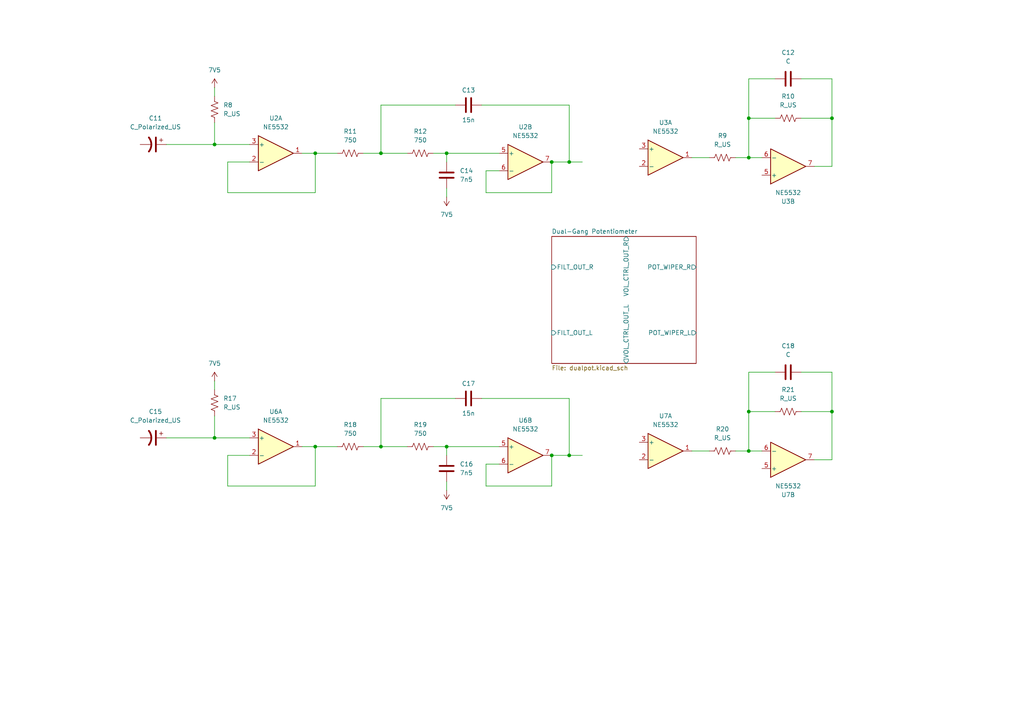
<source format=kicad_sch>
(kicad_sch (version 20231120) (generator "eeschema") (generator_version "8.0")
  (paper "A4")
  (lib_symbols
    (symbol "Amplifier_Operational:NE5532" (pin_names (offset 0.127))
      (property "Reference" "U" (at 0 5.08 0))
      (property "Value" "NE5532" (at 0 -5.08 0))
      (symbol "NE5532_1_1"
        (polyline (pts (xy -5.08 5.08) (xy 5.08 0) (xy -5.08 -5.08) (xy -5.08 5.08)) (stroke (width 0.254)) (fill (type background)))
        (pin output line (at 7.62 0 180) (length 2.54) (name "~") (number "1"))
        (pin input line (at -7.62 -2.54 0) (length 2.54) (name "-") (number "2"))
        (pin input line (at -7.62 2.54 0) (length 2.54) (name "+") (number "3"))
      )
      (symbol "NE5532_2_1"
        (polyline (pts (xy -5.08 5.08) (xy 5.08 0) (xy -5.08 -5.08) (xy -5.08 5.08)) (stroke (width 0.254)) (fill (type background)))
        (pin input line (at -7.62 2.54 0) (length 2.54) (name "+") (number "5"))
        (pin input line (at -7.62 -2.54 0) (length 2.54) (name "-") (number "6"))
        (pin output line (at 7.62 0 180) (length 2.54) (name "~") (number "7"))
      )
      (symbol "NE5532_3_1"
        (pin power_in line (at -2.54 -7.62 90) (length 3.81) (name "V-") (number "4"))
        (pin power_in line (at -2.54 7.62 270) (length 3.81) (name "V+") (number "8"))
      )
    )
    (symbol "Device:C" (pin_numbers hide) (pin_names (offset 0.254))
      (property "Reference" "C" (at 0.635 2.54 0))
      (property "Value" "C" (at 0.635 -2.54 0))
      (symbol "C_0_1"
        (polyline (pts (xy -2.032 -0.762) (xy 2.032 -0.762)) (stroke (width 0.508)))
        (polyline (pts (xy -2.032 0.762) (xy 2.032 0.762)) (stroke (width 0.508)))
      )
      (symbol "C_1_1"
        (pin passive line (at 0 3.81 270) (length 2.794) (name "~") (number "1"))
        (pin passive line (at 0 -3.81 90) (length 2.794) (name "~") (number "2"))
      )
    )
    (symbol "Device:C_Polarized_US" (pin_numbers hide) (pin_names (offset 0.254) hide)
      (property "Reference" "C" (at 0.635 2.54 0))
      (property "Value" "C_Polarized_US" (at 0.635 -2.54 0))
      (symbol "C_Polarized_US_0_1"
        (polyline (pts (xy -2.032 0.762) (xy 2.032 0.762)) (stroke (width 0.508)))
        (polyline (pts (xy -1.778 2.286) (xy -0.762 2.286)))
        (polyline (pts (xy -1.27 1.778) (xy -1.27 2.794)))
        (arc (start 2.032 -1.27) (mid 0 -0.5572) (end -2.032 -1.27) (stroke (width 0.508)))
      )
      (symbol "C_Polarized_US_1_1"
        (pin passive line (at 0 3.81 270) (length 2.794) (name "~") (number "1"))
        (pin passive line (at 0 -3.81 90) (length 3.302) (name "~") (number "2"))
      )
    )
    (symbol "Device:R_US" (pin_numbers hide) (pin_names (offset 0))
      (property "Reference" "R" (at 2.54 0 90))
      (property "Value" "R_US" (at -2.54 0 90))
      (symbol "R_US_0_1"
        (polyline (pts (xy 0 -2.286) (xy 0 -2.54)))
        (polyline (pts (xy 0 2.286) (xy 0 2.54)))
        (polyline (pts (xy 0 -0.762) (xy 1.016 -1.143) (xy 0 -1.524) (xy -1.016 -1.905) (xy 0 -2.286)))
        (polyline (pts (xy 0 0.762) (xy 1.016 0.381) (xy 0 0) (xy -1.016 -0.381) (xy 0 -0.762)))
        (polyline (pts (xy 0 2.286) (xy 1.016 1.905) (xy 0 1.524) (xy -1.016 1.143) (xy 0 0.762)))
      )
      (symbol "R_US_1_1"
        (pin passive line (at 0 3.81 270) (length 1.27) (name "~") (number "1"))
        (pin passive line (at 0 -3.81 90) (length 1.27) (name "~") (number "2"))
      )
    )
    (symbol "power:VCC" (power) (pin_numbers hide) (pin_names (offset 0) hide)
      (property "Value" "VCC" (at 0 3.556 0))
      (symbol "VCC_0_1"
        (polyline (pts (xy -0.762 1.27) (xy 0 2.54)))
        (polyline (pts (xy 0 0) (xy 0 2.54)))
        (polyline (pts (xy 0 2.54) (xy 0.762 1.27)))
      )
      (symbol "VCC_1_1"
        (pin power_in line (at 0 0 90) (length 0) (name "~") (number "1"))
      )
    )
  )
  (junction (at 110.49 44.45))
  (junction (at 300.99 95.25))
  (junction (at 346.71 73.66))
  (junction (at 62.23 41.91))
  (junction (at 62.23 127))
  (junction (at 241.3 119.38))
  (junction (at 91.44 44.45))
  (junction (at 217.17 119.38))
  (junction (at 160.02 132.08))
  (junction (at 91.44 129.54))
  (junction (at 217.17 130.81))
  (junction (at 345.44 121.92))
  (junction (at 165.1 132.08))
  (junction (at 110.49 129.54))
  (junction (at 345.44 97.79))
  (junction (at 241.3 34.29))
  (junction (at 346.71 48.26))
  (junction (at 165.1 46.99))
  (junction (at 300.99 71.12))
  (junction (at 217.17 34.29))
  (junction (at 129.54 129.54))
  (junction (at 160.02 46.99))
  (junction (at 129.54 44.45))
  (junction (at 217.17 45.72))
  (wire (pts (xy 241.3 133.35) (xy 236.22 133.35)))
  (wire (pts (xy 105.41 44.45) (xy 110.49 44.45)))
  (wire (pts (xy 165.1 46.99) (xy 165.1 30.48)))
  (wire (pts (xy 62.23 41.91) (xy 72.39 41.91)))
  (wire (pts (xy 318.77 100.33) (xy 318.77 109.22)))
  (wire (pts (xy 326.39 100.33) (xy 318.77 100.33)))
  (wire (pts (xy 346.71 73.66) (xy 350.52 73.66)))
  (wire (pts (xy 217.17 45.72) (xy 220.98 45.72)))
  (wire (pts (xy 91.44 44.45) (xy 97.79 44.45)))
  (wire (pts (xy 110.49 115.57) (xy 110.49 129.54)))
  (wire (pts (xy 232.41 22.86) (xy 241.3 22.86)))
  (wire (pts (xy 129.54 139.7) (xy 129.54 142.24)))
  (wire (pts (xy 217.17 130.81) (xy 217.17 119.38)))
  (wire (pts (xy 346.71 73.66) (xy 342.9 73.66)))
  (wire (pts (xy 72.39 132.08) (xy 66.04 132.08)))
  (wire (pts (xy 91.44 129.54) (xy 87.63 129.54)))
  (wire (pts (xy 345.44 97.79) (xy 350.52 97.79)))
  (wire (pts (xy 241.3 34.29) (xy 241.3 48.26)))
  (wire (pts (xy 327.66 76.2) (xy 320.04 76.2)))
  (wire (pts (xy 326.39 124.46) (xy 318.77 124.46)))
  (wire (pts (xy 217.17 107.95) (xy 224.79 107.95)))
  (wire (pts (xy 140.97 55.88) (xy 160.02 55.88)))
  (wire (pts (xy 345.44 109.22) (xy 345.44 97.79)))
  (wire (pts (xy 213.36 45.72) (xy 217.17 45.72)))
  (wire (pts (xy 241.3 119.38) (xy 241.3 133.35)))
  (wire (pts (xy 91.44 44.45) (xy 87.63 44.45)))
  (wire (pts (xy 91.44 140.97) (xy 91.44 129.54)))
  (wire (pts (xy 110.49 129.54) (xy 118.11 129.54)))
  (wire (pts (xy 320.04 59.69) (xy 346.71 59.69)))
  (wire (pts (xy 110.49 30.48) (xy 110.49 44.45)))
  (wire (pts (xy 217.17 22.86) (xy 224.79 22.86)))
  (wire (pts (xy 165.1 132.08) (xy 168.91 132.08)))
  (wire (pts (xy 165.1 115.57) (xy 139.7 115.57)))
  (wire (pts (xy 66.04 132.08) (xy 66.04 140.97)))
  (wire (pts (xy 300.99 119.38) (xy 300.99 95.25)))
  (wire (pts (xy 165.1 132.08) (xy 165.1 115.57)))
  (wire (pts (xy 345.44 97.79) (xy 341.63 97.79)))
  (wire (pts (xy 213.36 130.81) (xy 217.17 130.81)))
  (wire (pts (xy 200.66 130.81) (xy 205.74 130.81)))
  (wire (pts (xy 144.78 134.62) (xy 140.97 134.62)))
  (wire (pts (xy 200.66 45.72) (xy 205.74 45.72)))
  (wire (pts (xy 91.44 55.88) (xy 91.44 44.45)))
  (wire (pts (xy 318.77 109.22) (xy 345.44 109.22)))
  (wire (pts (xy 345.44 121.92) (xy 350.52 121.92)))
  (wire (pts (xy 346.71 59.69) (xy 346.71 48.26)))
  (wire (pts (xy 241.3 107.95) (xy 241.3 119.38)))
  (wire (pts (xy 160.02 46.99) (xy 165.1 46.99)))
  (wire (pts (xy 160.02 55.88) (xy 160.02 46.99)))
  (wire (pts (xy 217.17 119.38) (xy 224.79 119.38)))
  (wire (pts (xy 125.73 129.54) (xy 129.54 129.54)))
  (wire (pts (xy 300.99 95.25) (xy 300.99 71.12)))
  (wire (pts (xy 327.66 50.8) (xy 320.04 50.8)))
  (wire (pts (xy 326.39 119.38) (xy 300.99 119.38)))
  (wire (pts (xy 48.26 127) (xy 62.23 127)))
  (wire (pts (xy 72.39 46.99) (xy 66.04 46.99)))
  (wire (pts (xy 217.17 34.29) (xy 217.17 22.86)))
  (wire (pts (xy 125.73 44.45) (xy 129.54 44.45)))
  (wire (pts (xy 345.44 133.35) (xy 345.44 121.92)))
  (wire (pts (xy 105.41 129.54) (xy 110.49 129.54)))
  (wire (pts (xy 66.04 55.88) (xy 91.44 55.88)))
  (wire (pts (xy 129.54 129.54) (xy 144.78 129.54)))
  (wire (pts (xy 217.17 130.81) (xy 220.98 130.81)))
  (wire (pts (xy 140.97 140.97) (xy 160.02 140.97)))
  (wire (pts (xy 300.99 45.72) (xy 327.66 45.72)))
  (wire (pts (xy 165.1 46.99) (xy 168.91 46.99)))
  (wire (pts (xy 129.54 44.45) (xy 144.78 44.45)))
  (wire (pts (xy 144.78 49.53) (xy 140.97 49.53)))
  (wire (pts (xy 129.54 129.54) (xy 129.54 132.08)))
  (wire (pts (xy 62.23 110.49) (xy 62.23 113.03)))
  (wire (pts (xy 300.99 71.12) (xy 300.99 45.72)))
  (wire (pts (xy 320.04 50.8) (xy 320.04 59.69)))
  (wire (pts (xy 346.71 48.26) (xy 342.9 48.26)))
  (wire (pts (xy 66.04 46.99) (xy 66.04 55.88)))
  (wire (pts (xy 140.97 49.53) (xy 140.97 55.88)))
  (wire (pts (xy 241.3 48.26) (xy 236.22 48.26)))
  (wire (pts (xy 232.41 107.95) (xy 241.3 107.95)))
  (wire (pts (xy 217.17 45.72) (xy 217.17 34.29)))
  (wire (pts (xy 300.99 71.12) (xy 327.66 71.12)))
  (wire (pts (xy 345.44 121.92) (xy 341.63 121.92)))
  (wire (pts (xy 129.54 44.45) (xy 129.54 46.99)))
  (wire (pts (xy 140.97 134.62) (xy 140.97 140.97)))
  (wire (pts (xy 232.41 119.38) (xy 241.3 119.38)))
  (wire (pts (xy 62.23 127) (xy 72.39 127)))
  (wire (pts (xy 62.23 25.4) (xy 62.23 27.94)))
  (wire (pts (xy 217.17 34.29) (xy 224.79 34.29)))
  (wire (pts (xy 217.17 119.38) (xy 217.17 107.95)))
  (wire (pts (xy 160.02 140.97) (xy 160.02 132.08)))
  (wire (pts (xy 48.26 41.91) (xy 62.23 41.91)))
  (wire (pts (xy 132.08 30.48) (xy 110.49 30.48)))
  (wire (pts (xy 318.77 133.35) (xy 345.44 133.35)))
  (wire (pts (xy 91.44 129.54) (xy 97.79 129.54)))
  (wire (pts (xy 320.04 76.2) (xy 320.04 85.09)))
  (wire (pts (xy 232.41 34.29) (xy 241.3 34.29)))
  (wire (pts (xy 62.23 41.91) (xy 62.23 35.56)))
  (wire (pts (xy 129.54 54.61) (xy 129.54 57.15)))
  (wire (pts (xy 346.71 48.26) (xy 350.52 48.26)))
  (wire (pts (xy 300.99 95.25) (xy 326.39 95.25)))
  (wire (pts (xy 62.23 127) (xy 62.23 120.65)))
  (wire (pts (xy 346.71 85.09) (xy 346.71 73.66)))
  (wire (pts (xy 66.04 140.97) (xy 91.44 140.97)))
  (wire (pts (xy 160.02 132.08) (xy 165.1 132.08)))
  (wire (pts (xy 320.04 85.09) (xy 346.71 85.09)))
  (wire (pts (xy 318.77 124.46) (xy 318.77 133.35)))
  (wire (pts (xy 241.3 22.86) (xy 241.3 34.29)))
  (wire (pts (xy 132.08 115.57) (xy 110.49 115.57)))
  (wire (pts (xy 165.1 30.48) (xy 139.7 30.48)))
  (wire (pts (xy 110.49 44.45) (xy 118.11 44.45)))
  (symbol (lib_id "Device:R_US") (at 354.33 121.92 90) (unit 1)
    (property "Reference" "R16" (at 354.33 115.57 90))
    (property "Value" "R_US" (at 354.33 118.11 90))
    (property "Description" "Resistor, US symbol" (effects (hide yes)))
  )
  (symbol (lib_id "Device:R_US") (at 101.6 129.54 90) (unit 1)
    (property "Reference" "R18" (at 101.6 123.19 90))
    (property "Value" "750" (at 101.6 125.73 90))
    (property "Description" "Resistor, US symbol" (effects (hide yes)))
  )
  (symbol (lib_id "Device:C") (at 129.54 135.89 0) (unit 1)
    (property "Reference" "C16" (at 133.35 134.6199 0) (effects (justify left)))
    (property "Value" "7n5" (at 133.35 137.1599 0) (effects (justify left)))
    (property "Description" "Unpolarized capacitor" (effects (hide yes)))
  )
  (symbol (lib_id "Device:R_US") (at 228.6 119.38 90) (unit 1)
    (property "Reference" "R21" (at 228.6 113.03 90))
    (property "Value" "R_US" (at 228.6 115.57 90))
    (property "Description" "Resistor, US symbol" (effects (hide yes)))
  )
  (symbol (lib_id "Amplifier_Operational:NE5532") (at 193.04 45.72 0) (unit 1)
    (property "Reference" "U3" (at 193.04 35.56 0))
    (property "Value" "NE5532" (at 193.04 38.1 0))
    (property "Datasheet" "http://www.ti.com/lit/ds/symlink/ne5532.pdf" (effects (hide yes)))
    (property "Description" "Dual Low-Noise Operational Amplifiers, DIP-8/SOIC-8" (effects (hide yes)))
  )
  (symbol (lib_id "Amplifier_Operational:NE5532") (at 375.92 167.64 0) (unit 3)
    (property "Reference" "U7" (at 374.65 166.3699 0) (effects (justify left)))
    (property "Value" "NE5532" (at 374.65 168.9099 0) (effects (justify left)))
    (property "Datasheet" "http://www.ti.com/lit/ds/symlink/ne5532.pdf" (effects (hide yes)))
    (property "Description" "Dual Low-Noise Operational Amplifiers, DIP-8/SOIC-8" (effects (hide yes)))
  )
  (symbol (lib_id "Amplifier_Operational:NE5532") (at 152.4 46.99 0) (unit 2)
    (property "Reference" "U2" (at 152.4 36.83 0))
    (property "Value" "NE5532" (at 152.4 39.37 0))
    (property "Datasheet" "http://www.ti.com/lit/ds/symlink/ne5532.pdf" (effects (hide yes)))
    (property "Description" "Dual Low-Noise Operational Amplifiers, DIP-8/SOIC-8" (effects (hide yes)))
  )
  (symbol (lib_id "power:VCC") (at 62.23 110.49 0) (unit 1)
    (property "Reference" "#PWR024" (effects (hide yes)))
    (property "Value" "7V5" (at 62.23 105.41 0))
    (property "Description" "Power symbol creates a global label with name \"VCC\"" (effects (hide yes)))
  )
  (symbol (lib_id "Device:R_US") (at 354.33 48.26 90) (unit 1)
    (property "Reference" "R13" (at 354.33 41.91 90))
    (property "Value" "R_US" (at 354.33 44.45 90))
    (property "Description" "Resistor, US symbol" (effects (hide yes)))
  )
  (symbol (lib_id "Amplifier_Operational:NE5532") (at 312.42 167.64 0) (unit 3)
    (property "Reference" "U2" (at 311.15 166.3699 0) (effects (justify left)))
    (property "Value" "NE5532" (at 311.15 168.9099 0) (effects (justify left)))
    (property "Datasheet" "http://www.ti.com/lit/ds/symlink/ne5532.pdf" (effects (hide yes)))
    (property "Description" "Dual Low-Noise Operational Amplifiers, DIP-8/SOIC-8" (effects (hide yes)))
  )
  (symbol (lib_id "Device:C") (at 129.54 50.8 0) (unit 1)
    (property "Reference" "C14" (at 133.35 49.5299 0) (effects (justify left)))
    (property "Value" "7n5" (at 133.35 52.0699 0) (effects (justify left)))
    (property "Description" "Unpolarized capacitor" (effects (hide yes)))
  )
  (symbol (lib_id "Amplifier_Operational:NE5532") (at 228.6 48.26 0) (mirror x) (unit 2)
    (property "Reference" "U3" (at 228.6 58.42 0))
    (property "Value" "NE5532" (at 228.6 55.88 0))
    (property "Datasheet" "http://www.ti.com/lit/ds/symlink/ne5532.pdf" (effects (hide yes)))
    (property "Description" "Dual Low-Noise Operational Amplifiers, DIP-8/SOIC-8" (effects (hide yes)))
  )
  (symbol (lib_id "power:VCC") (at 62.23 25.4 0) (unit 1)
    (property "Reference" "#PWR023" (effects (hide yes)))
    (property "Value" "7V5" (at 62.23 20.32 0))
    (property "Description" "Power symbol creates a global label with name \"VCC\"" (effects (hide yes)))
  )
  (symbol (lib_id "power:VCC") (at 129.54 142.24 180) (unit 1)
    (property "Reference" "#PWR025" (effects (hide yes)))
    (property "Value" "7V5" (at 129.54 147.32 0))
    (property "Description" "Power symbol creates a global label with name \"VCC\"" (effects (hide yes)))
  )
  (symbol (lib_id "Device:C_Polarized_US") (at 44.45 41.91 270) (unit 1)
    (property "Reference" "C11" (at 45.085 34.29 90))
    (property "Value" "C_Polarized_US" (at 45.085 36.83 90))
    (property "Description" "Polarized capacitor, US symbol" (effects (hide yes)))
  )
  (symbol (lib_id "Amplifier_Operational:NE5532") (at 334.01 97.79 0) (unit 1)
    (property "Reference" "U5" (at 334.01 87.63 0))
    (property "Value" "NE5532" (at 334.01 90.17 0))
    (property "Datasheet" "http://www.ti.com/lit/ds/symlink/ne5532.pdf" (effects (hide yes)))
    (property "Description" "Dual Low-Noise Operational Amplifiers, DIP-8/SOIC-8" (effects (hide yes)))
  )
  (symbol (lib_id "Device:C") (at 135.89 30.48 90) (unit 1)
    (property "Reference" "C13" (at 135.89 26.162 90))
    (property "Value" "15n" (at 135.89 34.798 90))
    (property "Description" "Unpolarized capacitor" (effects (hide yes)))
  )
  (symbol (lib_id "Device:R_US") (at 209.55 130.81 90) (unit 1)
    (property "Reference" "R20" (at 209.55 124.46 90))
    (property "Value" "R_US" (at 209.55 127 90))
    (property "Description" "Resistor, US symbol" (effects (hide yes)))
  )
  (symbol (lib_id "Amplifier_Operational:NE5532") (at 335.28 73.66 0) (unit 2)
    (property "Reference" "U4" (at 335.28 63.5 0))
    (property "Value" "NE5532" (at 335.28 66.04 0))
    (property "Datasheet" "http://www.ti.com/lit/ds/symlink/ne5532.pdf" (effects (hide yes)))
    (property "Description" "Dual Low-Noise Operational Amplifiers, DIP-8/SOIC-8" (effects (hide yes)))
  )
  (symbol (lib_id "power:VCC") (at 129.54 57.15 180) (unit 1)
    (property "Reference" "#PWR08" (effects (hide yes)))
    (property "Value" "7V5" (at 129.54 62.23 0))
    (property "Description" "Power symbol creates a global label with name \"VCC\"" (effects (hide yes)))
  )
  (symbol (lib_id "Device:C_Polarized_US") (at 44.45 127 270) (unit 1)
    (property "Reference" "C15" (at 45.085 119.38 90))
    (property "Value" "C_Polarized_US" (at 45.085 121.92 90))
    (property "Description" "Polarized capacitor, US symbol" (effects (hide yes)))
  )
  (symbol (lib_id "Device:R_US") (at 354.33 73.66 90) (unit 1)
    (property "Reference" "R14" (at 354.33 67.31 90))
    (property "Value" "R_US" (at 354.33 69.85 90))
    (property "Description" "Resistor, US symbol" (effects (hide yes)))
  )
  (symbol (lib_id "Device:R_US") (at 228.6 34.29 90) (unit 1)
    (property "Reference" "R10" (at 228.6 27.94 90))
    (property "Value" "R_US" (at 228.6 30.48 90))
    (property "Description" "Resistor, US symbol" (effects (hide yes)))
  )
  (symbol (lib_id "Device:C") (at 135.89 115.57 90) (unit 1)
    (property "Reference" "C17" (at 135.89 111.252 90))
    (property "Value" "15n" (at 135.89 119.888 90))
    (property "Description" "Unpolarized capacitor" (effects (hide yes)))
  )
  (symbol (lib_id "Amplifier_Operational:NE5532") (at 335.28 48.26 0) (unit 1)
    (property "Reference" "U4" (at 335.28 38.1 0))
    (property "Value" "NE5532" (at 335.28 40.64 0))
    (property "Datasheet" "http://www.ti.com/lit/ds/symlink/ne5532.pdf" (effects (hide yes)))
    (property "Description" "Dual Low-Noise Operational Amplifiers, DIP-8/SOIC-8" (effects (hide yes)))
  )
  (symbol (lib_id "Amplifier_Operational:NE5532") (at 152.4 132.08 0) (unit 2)
    (property "Reference" "U6" (at 152.4 121.92 0))
    (property "Value" "NE5532" (at 152.4 124.46 0))
    (property "Datasheet" "http://www.ti.com/lit/ds/symlink/ne5532.pdf" (effects (hide yes)))
    (property "Description" "Dual Low-Noise Operational Amplifiers, DIP-8/SOIC-8" (effects (hide yes)))
  )
  (symbol (lib_id "Amplifier_Operational:NE5532") (at 193.04 130.81 0) (unit 1)
    (property "Reference" "U7" (at 193.04 120.65 0))
    (property "Value" "NE5532" (at 193.04 123.19 0))
    (property "Datasheet" "http://www.ti.com/lit/ds/symlink/ne5532.pdf" (effects (hide yes)))
    (property "Description" "Dual Low-Noise Operational Amplifiers, DIP-8/SOIC-8" (effects (hide yes)))
  )
  (symbol (lib_id "Amplifier_Operational:NE5532") (at 80.01 44.45 0) (unit 1)
    (property "Reference" "U2" (at 80.01 34.29 0))
    (property "Value" "NE5532" (at 80.01 36.83 0))
    (property "Datasheet" "http://www.ti.com/lit/ds/symlink/ne5532.pdf" (effects (hide yes)))
    (property "Description" "Dual Low-Noise Operational Amplifiers, DIP-8/SOIC-8" (effects (hide yes)))
  )
  (symbol (lib_id "Amplifier_Operational:NE5532") (at 228.6 133.35 0) (mirror x) (unit 2)
    (property "Reference" "U7" (at 228.6 143.51 0))
    (property "Value" "NE5532" (at 228.6 140.97 0))
    (property "Datasheet" "http://www.ti.com/lit/ds/symlink/ne5532.pdf" (effects (hide yes)))
    (property "Description" "Dual Low-Noise Operational Amplifiers, DIP-8/SOIC-8" (effects (hide yes)))
  )
  (symbol (lib_id "Device:R_US") (at 121.92 44.45 90) (unit 1)
    (property "Reference" "R12" (at 121.92 38.1 90))
    (property "Value" "750" (at 121.92 40.64 90))
    (property "Description" "Resistor, US symbol" (effects (hide yes)))
  )
  (symbol (lib_id "Device:R_US") (at 101.6 44.45 90) (unit 1)
    (property "Reference" "R11" (at 101.6 38.1 90))
    (property "Value" "750" (at 101.6 40.64 90))
    (property "Description" "Resistor, US symbol" (effects (hide yes)))
  )
  (symbol (lib_id "Amplifier_Operational:NE5532") (at 337.82 167.64 0) (unit 3)
    (property "Reference" "U4" (at 336.55 166.3699 0) (effects (justify left)))
    (property "Value" "NE5532" (at 336.55 168.9099 0) (effects (justify left)))
    (property "Datasheet" "http://www.ti.com/lit/ds/symlink/ne5532.pdf" (effects (hide yes)))
    (property "Description" "Dual Low-Noise Operational Amplifiers, DIP-8/SOIC-8" (effects (hide yes)))
  )
  (symbol (lib_id "Amplifier_Operational:NE5532") (at 350.52 167.64 0) (unit 3)
    (property "Reference" "U5" (at 349.25 166.3699 0) (effects (justify left)))
    (property "Value" "NE5532" (at 349.25 168.9099 0) (effects (justify left)))
    (property "Datasheet" "http://www.ti.com/lit/ds/symlink/ne5532.pdf" (effects (hide yes)))
    (property "Description" "Dual Low-Noise Operational Amplifiers, DIP-8/SOIC-8" (effects (hide yes)))
  )
  (symbol (lib_id "Device:R_US") (at 209.55 45.72 90) (unit 1)
    (property "Reference" "R9" (at 209.55 39.37 90))
    (property "Value" "R_US" (at 209.55 41.91 90))
    (property "Description" "Resistor, US symbol" (effects (hide yes)))
  )
  (symbol (lib_id "Device:C") (at 228.6 107.95 90) (unit 1)
    (property "Reference" "C18" (at 228.6 100.33 90))
    (property "Value" "C" (at 228.6 102.87 90))
    (property "Description" "Unpolarized capacitor" (effects (hide yes)))
  )
  (symbol (lib_id "Device:R_US") (at 121.92 129.54 90) (unit 1)
    (property "Reference" "R19" (at 121.92 123.19 90))
    (property "Value" "750" (at 121.92 125.73 90))
    (property "Description" "Resistor, US symbol" (effects (hide yes)))
  )
  (symbol (lib_id "Amplifier_Operational:NE5532") (at 363.22 167.64 0) (unit 3)
    (property "Reference" "U6" (at 361.95 166.3699 0) (effects (justify left)))
    (property "Value" "NE5532" (at 361.95 168.9099 0) (effects (justify left)))
    (property "Datasheet" "http://www.ti.com/lit/ds/symlink/ne5532.pdf" (effects (hide yes)))
    (property "Description" "Dual Low-Noise Operational Amplifiers, DIP-8/SOIC-8" (effects (hide yes)))
  )
  (symbol (lib_id "Device:R_US") (at 354.33 97.79 90) (unit 1)
    (property "Reference" "R15" (at 354.33 91.44 90))
    (property "Value" "R_US" (at 354.33 93.98 90))
    (property "Description" "Resistor, US symbol" (effects (hide yes)))
  )
  (symbol (lib_id "Amplifier_Operational:NE5532") (at 334.01 121.92 0) (unit 2)
    (property "Reference" "U5" (at 334.01 111.76 0))
    (property "Value" "NE5532" (at 334.01 114.3 0))
    (property "Datasheet" "http://www.ti.com/lit/ds/symlink/ne5532.pdf" (effects (hide yes)))
    (property "Description" "Dual Low-Noise Operational Amplifiers, DIP-8/SOIC-8" (effects (hide yes)))
  )
  (symbol (lib_id "Device:C") (at 228.6 22.86 90) (unit 1)
    (property "Reference" "C12" (at 228.6 15.24 90))
    (property "Value" "C" (at 228.6 17.78 90))
    (property "Description" "Unpolarized capacitor" (effects (hide yes)))
  )
  (symbol (lib_id "Amplifier_Operational:NE5532") (at 80.01 129.54 0) (unit 1)
    (property "Reference" "U6" (at 80.01 119.38 0))
    (property "Value" "NE5532" (at 80.01 121.92 0))
    (property "Datasheet" "http://www.ti.com/lit/ds/symlink/ne5532.pdf" (effects (hide yes)))
    (property "Description" "Dual Low-Noise Operational Amplifiers, DIP-8/SOIC-8" (effects (hide yes)))
  )
  (symbol (lib_id "Device:R_US") (at 62.23 31.75 0) (unit 1)
    (property "Reference" "R8" (at 64.77 30.4799 0) (effects (justify left)))
    (property "Value" "R_US" (at 64.77 33.0199 0) (effects (justify left)))
    (property "Description" "Resistor, US symbol" (effects (hide yes)))
  )
  (symbol (lib_id "Amplifier_Operational:NE5532") (at 325.12 167.64 0) (unit 3)
    (property "Reference" "U3" (at 323.85 166.3699 0) (effects (justify left)))
    (property "Value" "NE5532" (at 323.85 168.9099 0) (effects (justify left)))
    (property "Datasheet" "http://www.ti.com/lit/ds/symlink/ne5532.pdf" (effects (hide yes)))
    (property "Description" "Dual Low-Noise Operational Amplifiers, DIP-8/SOIC-8" (effects (hide yes)))
  )
  (symbol (lib_id "Device:R_US") (at 62.23 116.84 0) (unit 1)
    (property "Reference" "R17" (at 64.77 115.5699 0) (effects (justify left)))
    (property "Value" "R_US" (at 64.77 118.1099 0) (effects (justify left)))
    (property "Description" "Resistor, US symbol" (effects (hide yes)))
  )
  (sheet (at 160.02 68.58) (size 41.91 36.83) (stroke (width 0.1524))
    (property "Sheetname" "Dual-Gang Potentiometer" (at 160.02 67.8684 0) (effects (justify left bottom)))
    (property "Sheetfile" "dualpot.kicad_sch" (at 160.02 105.9946 0) (effects (justify left top)))
    (pin "POT_WIPER_R" output (at 201.93 77.47 0))
    (pin "POT_WIPER_L" output (at 201.93 96.52 0))
    (pin "FILT_OUT_R" input (at 160.02 77.47 180))
    (pin "FILT_OUT_L" input (at 160.02 96.52 180))
    (pin "VOL_CTRL_OUT_R" output (at 181.61 68.58 90))
    (pin "VOL_CTRL_OUT_L" output (at 181.61 105.41 270))
  )
)
</source>
